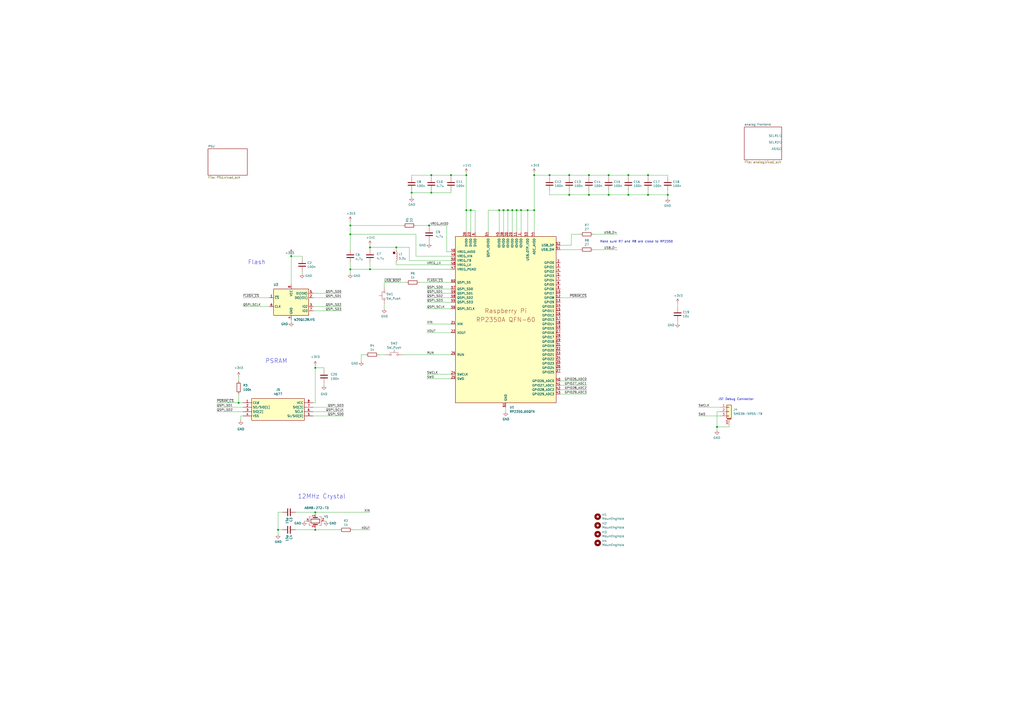
<source format=kicad_sch>
(kicad_sch (version 20250114) (generator "eeschema") (generator_version "9.0")
  (paper "A2")
  (title_block (title "RP2350A QFN-60 Minimal Design Example") (date "2024-07-01") (rev "REV3") (company "Raspberry Pi Ltd"))
  (lib_symbols
    (symbol "+3V3_1" (power) (pin_numbers (hide yes)) (pin_names (offset 0) (hide yes))
      (property "Value" "+3V3" (at 0 3.556 0))
      (symbol "+3V3_1_0_1"
        (polyline (pts (xy -0.762 1.27) (xy 0 2.54)))
        (polyline (pts (xy 0 2.54) (xy 0.762 1.27)))
        (polyline (pts (xy 0 0) (xy 0 2.54)))
      )
      (symbol "+3V3_1_1_1"
        (pin power_in line (at 0 0 90) (length 0) (name "~") (number "1"))
      )
    )
    (symbol "+3V3_2" (power) (pin_numbers (hide yes)) (pin_names (offset 0) (hide yes))
      (property "Value" "+3V3" (at 0 3.556 0))
      (symbol "+3V3_2_0_1"
        (polyline (pts (xy -0.762 1.27) (xy 0 2.54)))
        (polyline (pts (xy 0 2.54) (xy 0.762 1.27)))
        (polyline (pts (xy 0 0) (xy 0 2.54)))
      )
      (symbol "+3V3_2_1_1"
        (pin power_in line (at 0 0 90) (length 0) (name "~") (number "1"))
      )
    )
    (symbol "4677:4677"
      (property "Reference" "J" (at 36.83 7.62 0))
      (property "Value" "4677" (at 36.83 5.08 0))
      (symbol "4677_1_1"
        (rectangle (start 5.08 2.54) (end 35.56 -10.16) (stroke (width 0.254)) (fill (type background)))
        (pin passive line (at 0 0 0) (length 5.08) (name "CE#") (number "1"))
        (pin passive line (at 0 -2.54 0) (length 5.08) (name "SO/SIO[1]") (number "2"))
        (pin passive line (at 0 -5.08 0) (length 5.08) (name "SIO[2]") (number "3"))
        (pin passive line (at 0 -7.62 0) (length 5.08) (name "VSS") (number "4"))
        (pin passive line (at 40.64 0 180) (length 5.08) (name "VCC") (number "8"))
        (pin passive line (at 40.64 -2.54 180) (length 5.08) (name "SIO[3]") (number "7"))
        (pin passive line (at 40.64 -5.08 180) (length 5.08) (name "SCLK") (number "6"))
        (pin passive line (at 40.64 -7.62 180) (length 5.08) (name "SI/SIO[0]") (number "5"))
      )
    )
    (symbol "Connector_Generic_MountingPin:Conn_01x03_MountingPin" (pin_names (offset 1.016) (hide yes))
      (property "Reference" "J" (at 0 5.08 0))
      (property "Value" "Conn_01x03_MountingPin" (at 1.27 -5.08 0))
      (symbol "Conn_01x03_MountingPin_1_1"
        (rectangle (start -1.27 3.81) (end 1.27 -3.81) (stroke (width 0.254)) (fill (type background)))
        (rectangle (start -1.27 2.667) (end 0 2.413) (stroke (width 0.1524)))
        (rectangle (start -1.27 0.127) (end 0 -0.127) (stroke (width 0.1524)))
        (rectangle (start -1.27 -2.413) (end 0 -2.667) (stroke (width 0.1524)))
        (polyline (pts (xy -1.016 -4.572) (xy 1.016 -4.572)) (stroke (width 0.1524)))
        (text "Mounting" (at 0 -4.191 0) (effects (font (size 0.381 0.381))))
        (pin passive line (at -5.08 2.54 0) (length 3.81) (name "Pin_1") (number "1"))
        (pin passive line (at -5.08 0 0) (length 3.81) (name "Pin_2") (number "2"))
        (pin passive line (at -5.08 -2.54 0) (length 3.81) (name "Pin_3") (number "3"))
        (pin passive line (at 0 -7.62 90) (length 3.048) (name "MountPin") (number "MP"))
      )
    )
    (symbol "Device:C" (pin_numbers (hide yes)) (pin_names (offset 0.254))
      (property "Reference" "C" (at 0.635 2.54 0))
      (property "Value" "C" (at 0.635 -2.54 0))
      (symbol "C_0_1"
        (polyline (pts (xy -2.032 0.762) (xy 2.032 0.762)) (stroke (width 0.508)))
        (polyline (pts (xy -2.032 -0.762) (xy 2.032 -0.762)) (stroke (width 0.508)))
      )
      (symbol "C_1_1"
        (pin passive line (at 0 3.81 270) (length 2.794) (name "~") (number "1"))
        (pin passive line (at 0 -3.81 90) (length 2.794) (name "~") (number "2"))
      )
    )
    (symbol "Device:Crystal_GND24" (pin_names (offset 1.016) (hide yes))
      (property "Reference" "Y" (at 3.175 5.08 0))
      (property "Value" "Crystal_GND24" (at 3.175 3.175 0))
      (symbol "Crystal_GND24_0_1"
        (polyline (pts (xy -2.54 2.286) (xy -2.54 3.556) (xy 2.54 3.556) (xy 2.54 2.286)))
        (polyline (pts (xy -2.54 0) (xy -2.032 0)))
        (polyline (pts (xy -2.54 -2.286) (xy -2.54 -3.556) (xy 2.54 -3.556) (xy 2.54 -2.286)))
        (polyline (pts (xy -2.032 -1.27) (xy -2.032 1.27)) (stroke (width 0.508)))
        (rectangle (start -1.143 2.54) (end 1.143 -2.54) (stroke (width 0.3048)))
        (polyline (pts (xy 0 3.556) (xy 0 3.81)))
        (polyline (pts (xy 0 -3.81) (xy 0 -3.556)))
        (polyline (pts (xy 2.032 0) (xy 2.54 0)))
        (polyline (pts (xy 2.032 -1.27) (xy 2.032 1.27)) (stroke (width 0.508)))
      )
      (symbol "Crystal_GND24_1_1"
        (pin passive line (at -3.81 0 0) (length 1.27) (name "1") (number "1"))
        (pin passive line (at 0 5.08 270) (length 1.27) (name "2") (number "2"))
        (pin passive line (at 0 -5.08 90) (length 1.27) (name "4") (number "4"))
        (pin passive line (at 3.81 0 180) (length 1.27) (name "3") (number "3"))
      )
    )
    (symbol "Device:L" (pin_numbers (hide yes)) (pin_names (offset 1.016) (hide yes))
      (property "Reference" "L" (at -1.27 0 90))
      (property "Value" "L" (at 1.905 0 90))
      (symbol "L_0_1"
        (arc (start 0 2.54) (mid 0.6323 1.905) (end 0 1.27))
        (arc (start 0 1.27) (mid 0.6323 0.635) (end 0 0))
        (arc (start 0 0) (mid 0.6323 -0.635) (end 0 -1.27))
        (arc (start 0 -1.27) (mid 0.6323 -1.905) (end 0 -2.54))
      )
      (symbol "L_1_1"
        (pin passive line (at 0 3.81 270) (length 1.27) (name "1") (number "1"))
        (pin passive line (at 0 -3.81 90) (length 1.27) (name "2") (number "2"))
      )
    )
    (symbol "Device:R" (pin_numbers (hide yes)) (pin_names (offset 0))
      (property "Reference" "R" (at 2.032 0 90))
      (property "Value" "R" (at 0 0 90))
      (symbol "R_0_1"
        (rectangle (start -1.016 -2.54) (end 1.016 2.54) (stroke (width 0.254)))
      )
      (symbol "R_1_1"
        (pin passive line (at 0 3.81 270) (length 1.27) (name "~") (number "1"))
        (pin passive line (at 0 -3.81 90) (length 1.27) (name "~") (number "2"))
      )
    )
    (symbol "GND_1" (power) (pin_numbers (hide yes)) (pin_names (offset 0) (hide yes))
      (property "Value" "GND" (at 0 -3.81 0))
      (symbol "GND_1_0_1"
        (polyline (pts (xy 0 0) (xy 0 -1.27) (xy 1.27 -1.27) (xy 0 -2.54) (xy -1.27 -1.27) (xy 0 -1.27)))
      )
      (symbol "GND_1_1_1"
        (pin power_in line (at 0 0 270) (length 0) (name "~") (number "1"))
      )
    )
    (symbol "GND_2" (power) (pin_numbers (hide yes)) (pin_names (offset 0) (hide yes))
      (property "Value" "GND" (at 0 -3.81 0))
      (symbol "GND_2_0_1"
        (polyline (pts (xy 0 0) (xy 0 -1.27) (xy 1.27 -1.27) (xy 0 -2.54) (xy -1.27 -1.27) (xy 0 -1.27)))
      )
      (symbol "GND_2_1_1"
        (pin power_in line (at 0 0 270) (length 0) (name "~") (number "1"))
      )
    )
    (symbol "MCU_RaspberryPi_RP2350:RP2350_60QFN" (pin_names (offset 1.016))
      (property "Reference" "U" (at -29.21 49.53 0))
      (property "Value" "RP2350_60QFN" (at 24.13 -49.53 0))
      (symbol "RP2350_60QFN_0_0"
        (text "Raspberry Pi" (at 0 5.08 0) (effects (font (size 2.54 2.54))))
      )
      (symbol "RP2350_60QFN_0_1"
        (rectangle (start 29.21 48.26) (end -29.21 -48.26) (stroke (width 0.254)) (fill (type background)))
      )
      (symbol "RP2350_60QFN_1_0"
        (text "RP2350A QFN-60" (at 0 0 0) (effects (font (size 2.54 2.54))))
      )
      (symbol "RP2350_60QFN_1_1"
        (pin power_in line (at -31.75 39.37 0) (length 2.54) (name "VREG_AVDD") (number "46"))
        (pin power_in line (at -31.75 36.83 0) (length 2.54) (name "VREG_VIN") (number "49"))
        (pin input line (at -31.75 34.29 0) (length 2.54) (name "VREG_FB") (number "50"))
        (pin power_out line (at -31.75 31.75 0) (length 2.54) (name "VREG_LX") (number "48"))
        (pin power_in line (at -31.75 29.21 0) (length 2.54) (name "VREG_PGND") (number "47"))
        (pin bidirectional line (at -31.75 21.59 0) (length 2.54) (name "QSPI_SS") (number "60"))
        (pin bidirectional line (at -31.75 17.78 0) (length 2.54) (name "QSPI_SD0") (number "57"))
        (pin bidirectional line (at -31.75 15.24 0) (length 2.54) (name "QSPI_SD1") (number "59"))
        (pin bidirectional line (at -31.75 12.7 0) (length 2.54) (name "QSPI_SD2") (number "58"))
        (pin bidirectional line (at -31.75 10.16 0) (length 2.54) (name "QSPI_SD3") (number "55"))
        (pin output line (at -31.75 6.35 0) (length 2.54) (name "QSPI_SCLK") (number "56"))
        (pin input line (at -31.75 -2.54 0) (length 2.54) (name "XIN") (number "21"))
        (pin passive line (at -31.75 -7.62 0) (length 2.54) (name "XOUT") (number "22"))
        (pin input line (at -31.75 -20.32 0) (length 2.54) (name "RUN") (number "26"))
        (pin output line (at -31.75 -31.75 0) (length 2.54) (name "SWCLK") (number "24"))
        (pin bidirectional line (at -31.75 -34.29 0) (length 2.54) (name "SWD") (number "25"))
        (pin power_in line (at -22.86 50.8 270) (length 2.54) (name "DVDD") (number "39"))
        (pin power_in line (at -20.32 50.8 270) (length 2.54) (name "DVDD") (number "23"))
        (pin power_in line (at -17.78 50.8 270) (length 2.54) (name "DVDD") (number "6"))
        (pin power_in line (at -10.16 50.8 270) (length 2.54) (name "QSPI_IOVDD") (number "54"))
        (pin power_in line (at -3.81 50.8 270) (length 2.54) (name "IOVDD") (number "45"))
        (pin power_in line (at -1.27 50.8 270) (length 2.54) (name "IOVDD") (number "38"))
        (pin power_in line (at 0 -50.8 90) (length 2.54) (name "GND") (number "61"))
        (pin power_in line (at 1.27 50.8 270) (length 2.54) (name "IOVDD") (number "30"))
        (pin power_in line (at 3.81 50.8 270) (length 2.54) (name "IOVDD") (number "20"))
        (pin power_in line (at 6.35 50.8 270) (length 2.54) (name "IOVDD") (number "11"))
        (pin power_in line (at 8.89 50.8 270) (length 2.54) (name "IOVDD") (number "1"))
        (pin power_in line (at 12.7 50.8 270) (length 2.54) (name "USB_OTP_VDD") (number "53"))
        (pin power_in line (at 16.51 50.8 270) (length 2.54) (name "ADC_AVDD") (number "44"))
        (pin bidirectional line (at 31.75 43.18 180) (length 2.54) (name "USB_DP") (number "52"))
        (pin bidirectional line (at 31.75 40.64 180) (length 2.54) (name "USB_DM") (number "51"))
        (pin bidirectional line (at 31.75 33.02 180) (length 2.54) (name "GPIO0") (number "2"))
        (pin bidirectional line (at 31.75 30.48 180) (length 2.54) (name "GPIO1") (number "3"))
        (pin bidirectional line (at 31.75 27.94 180) (length 2.54) (name "GPIO2") (number "4"))
        (pin bidirectional line (at 31.75 25.4 180) (length 2.54) (name "GPIO3") (number "5"))
        (pin bidirectional line (at 31.75 22.86 180) (length 2.54) (name "GPIO4") (number "7"))
        (pin bidirectional line (at 31.75 20.32 180) (length 2.54) (name "GPIO5") (number "8"))
        (pin bidirectional line (at 31.75 17.78 180) (length 2.54) (name "GPIO6") (number "9"))
        (pin bidirectional line (at 31.75 15.24 180) (length 2.54) (name "GPIO7") (number "10"))
        (pin bidirectional line (at 31.75 12.7 180) (length 2.54) (name "GPIO8") (number "12"))
        (pin bidirectional line (at 31.75 10.16 180) (length 2.54) (name "GPIO9") (number "13"))
        (pin bidirectional line (at 31.75 7.62 180) (length 2.54) (name "GPIO10") (number "14"))
        (pin bidirectional line (at 31.75 5.08 180) (length 2.54) (name "GPIO11") (number "15"))
        (pin bidirectional line (at 31.75 2.54 180) (length 2.54) (name "GPIO12") (number "16"))
        (pin bidirectional line (at 31.75 0 180) (length 2.54) (name "GPIO13") (number "17"))
        (pin bidirectional line (at 31.75 -2.54 180) (length 2.54) (name "GPIO14") (number "18"))
        (pin bidirectional line (at 31.75 -5.08 180) (length 2.54) (name "GPIO15") (number "19"))
        (pin bidirectional line (at 31.75 -7.62 180) (length 2.54) (name "GPIO16") (number "27"))
        (pin bidirectional line (at 31.75 -10.16 180) (length 2.54) (name "GPIO17") (number "28"))
        (pin bidirectional line (at 31.75 -12.7 180) (length 2.54) (name "GPIO18") (number "29"))
        (pin bidirectional line (at 31.75 -15.24 180) (length 2.54) (name "GPIO19") (number "31"))
        (pin bidirectional line (at 31.75 -17.78 180) (length 2.54) (name "GPIO20") (number "32"))
        (pin bidirectional line (at 31.75 -20.32 180) (length 2.54) (name "GPIO21") (number "33"))
        (pin bidirectional line (at 31.75 -22.86 180) (length 2.54) (name "GPIO22") (number "34"))
        (pin bidirectional line (at 31.75 -25.4 180) (length 2.54) (name "GPIO23") (number "35"))
        (pin bidirectional line (at 31.75 -27.94 180) (length 2.54) (name "GPIO24") (number "36"))
        (pin bidirectional line (at 31.75 -30.48 180) (length 2.54) (name "GPIO25") (number "37"))
        (pin bidirectional line (at 31.75 -35.56 180) (length 2.54) (name "GPIO26_ADC0") (number "40"))
        (pin bidirectional line (at 31.75 -38.1 180) (length 2.54) (name "GPIO27_ADC1") (number "41"))
        (pin bidirectional line (at 31.75 -40.64 180) (length 2.54) (name "GPIO28_ADC2") (number "42"))
        (pin bidirectional line (at 31.75 -43.18 180) (length 2.54) (name "GPIO29_ADC3") (number "43"))
      )
    )
    (symbol "Mechanical:MountingHole" (pin_names (offset 1.016))
      (property "Reference" "H" (at 0 5.08 0))
      (property "Value" "MountingHole" (at 0 3.175 0))
      (symbol "MountingHole_0_1"
        (circle (center 0 0) (radius 1.27) (stroke (width 1.27)))
      )
    )
    (symbol "Memory_Flash:W25Q128JVS"
      (property "Reference" "U" (at -8.89 8.89 0))
      (property "Value" "W25Q128JVS" (at 7.62 8.89 0))
      (symbol "W25Q128JVS_0_1"
        (rectangle (start -10.16 7.62) (end 10.16 -7.62) (stroke (width 0.254)) (fill (type background)))
      )
      (symbol "W25Q128JVS_1_1"
        (pin input line (at -12.7 2.54 0) (length 2.54) (name "~{CS}") (number "1"))
        (pin input line (at -12.7 -2.54 0) (length 2.54) (name "CLK") (number "6"))
        (pin power_in line (at 0 10.16 270) (length 2.54) (name "VCC") (number "8"))
        (pin power_in line (at 0 -10.16 90) (length 2.54) (name "GND") (number "4"))
        (pin bidirectional line (at 12.7 5.08 180) (length 2.54) (name "DI(IO0)") (number "5"))
        (pin bidirectional line (at 12.7 2.54 180) (length 2.54) (name "DO(IO1)") (number "2"))
        (pin bidirectional line (at 12.7 -2.54 180) (length 2.54) (name "IO2") (number "3"))
        (pin bidirectional line (at 12.7 -5.08 180) (length 2.54) (name "IO3") (number "7"))
      )
    )
    (symbol "Switch:SW_Push" (pin_numbers (hide yes)) (pin_names (offset 1.016) (hide yes))
      (property "Reference" "SW" (at 1.27 2.54 0))
      (property "Value" "SW_Push" (at 0 -1.524 0))
      (symbol "SW_Push_0_1"
        (circle (center -2.032 0) (radius 0.508))
        (polyline (pts (xy 0 1.27) (xy 0 3.048)))
        (circle (center 2.032 0) (radius 0.508))
        (polyline (pts (xy 2.54 1.27) (xy -2.54 1.27)))
        (pin passive line (at -5.08 0 0) (length 2.54) (name "1") (number "1"))
        (pin passive line (at 5.08 0 180) (length 2.54) (name "2") (number "2"))
      )
    )
    (symbol "power:+1V1" (power) (pin_names (offset 0))
      (property "Value" "+1V1" (at 0 3.556 0))
      (symbol "+1V1_0_1"
        (polyline (pts (xy -0.762 1.27) (xy 0 2.54)))
        (polyline (pts (xy 0 2.54) (xy 0.762 1.27)))
        (polyline (pts (xy 0 0) (xy 0 2.54)))
      )
      (symbol "+1V1_1_1"
        (pin power_in line (at 0 0 90) (length 0) (hide yes) (name "+1V1") (number "1"))
      )
    )
    (symbol "power:+3V3" (power) (pin_names (offset 0))
      (property "Value" "+3V3" (at 0 3.556 0))
      (symbol "+3V3_0_1"
        (polyline (pts (xy -0.762 1.27) (xy 0 2.54)))
        (polyline (pts (xy 0 2.54) (xy 0.762 1.27)))
        (polyline (pts (xy 0 0) (xy 0 2.54)))
      )
      (symbol "+3V3_1_1"
        (pin power_in line (at 0 0 90) (length 0) (hide yes) (name "+3V3") (number "1"))
      )
    )
    (symbol "power:GND" (power) (pin_names (offset 0))
      (property "Value" "GND" (at 0 -3.81 0))
      (symbol "GND_0_1"
        (polyline (pts (xy 0 0) (xy 0 -1.27) (xy 1.27 -1.27) (xy 0 -2.54) (xy -1.27 -1.27) (xy 0 -1.27)))
      )
      (symbol "GND_1_1"
        (pin power_in line (at 0 0 270) (length 0) (hide yes) (name "GND") (number "1"))
      )
    )
  )
  (circle (center 228.6 146.685) (radius 0.635) (stroke (width 0) (color 132 0 0 1)) (fill (type color) (color 132 0 0 1)))
  (text "JST Debug Connector" (at 416.56 232.41 0) (effects (font (size 1.27 1.27)) (justify left bottom)))
  (text "Flash" (at 143.764 153.67 0) (effects (font (size 2.54 2.54)) (justify left bottom)))
  (text "Make sure R7 and R8 are close to RP2350\n" (at 347.98 140.97 0) (effects (font (size 1.27 1.27)) (justify left bottom)))
  (text "PSRAM" (at 160.274 209.55 0) (effects (font (size 2.54 2.54))))
  (text "12MHz Crystal" (at 172.72 289.56 0) (effects (font (size 2.54 2.54)) (justify left bottom)))
  (junction (at 415.925 247.65))
  (junction (at 353.06 101.6))
  (junction (at 248.92 130.81))
  (junction (at 214.63 143.51))
  (junction (at 289.56 121.92))
  (junction (at 375.92 113.03))
  (junction (at 270.51 121.92))
  (junction (at 250.19 111.76))
  (junction (at 309.88 101.6))
  (junction (at 292.1 121.92))
  (junction (at 182.88 297.18))
  (junction (at 229.87 143.51))
  (junction (at 214.63 156.21))
  (junction (at 318.77 101.6))
  (junction (at 306.07 121.92))
  (junction (at 161.29 307.34))
  (junction (at 250.19 101.6))
  (junction (at 302.26 121.92))
  (junction (at 364.49 113.03))
  (junction (at 387.35 113.03))
  (junction (at 341.63 113.03))
  (junction (at 299.72 121.92))
  (junction (at 168.91 148.59))
  (junction (at 294.64 121.92))
  (junction (at 270.51 101.6))
  (junction (at 203.2 156.21))
  (junction (at 375.92 101.6))
  (junction (at 353.06 113.03))
  (junction (at 364.49 101.6))
  (junction (at 182.88 213.36))
  (junction (at 261.62 101.6))
  (junction (at 330.2 101.6))
  (junction (at 182.88 307.34))
  (junction (at 330.2 113.03))
  (junction (at 309.88 121.92))
  (junction (at 138.43 233.68))
  (junction (at 203.2 130.81))
  (junction (at 273.05 121.92))
  (junction (at 341.63 101.6))
  (junction (at 297.18 121.92))
  (junction (at 203.2 135.89))
  (junction (at 238.76 111.76))
  (wire (pts (xy 248.92 140.97) (xy 248.92 139.7)))
  (wire (pts (xy 241.3 135.89) (xy 241.3 148.59)))
  (wire (pts (xy 325.12 226.06) (xy 340.36 226.06)))
  (wire (pts (xy 415.925 238.76) (xy 415.925 247.65)))
  (wire (pts (xy 250.19 101.6) (xy 261.62 101.6)))
  (wire (pts (xy 182.88 213.36) (xy 182.88 233.68)))
  (wire (pts (xy 182.88 298.45) (xy 182.88 297.18)))
  (wire (pts (xy 330.2 102.87) (xy 330.2 101.6)))
  (wire (pts (xy 330.2 110.49) (xy 330.2 113.03)))
  (wire (pts (xy 259.08 130.81) (xy 259.08 146.05)))
  (wire (pts (xy 302.26 121.92) (xy 306.07 121.92)))
  (wire (pts (xy 250.19 102.87) (xy 250.19 101.6)))
  (wire (pts (xy 261.62 179.07) (xy 247.65 179.07)))
  (wire (pts (xy 250.19 111.76) (xy 261.62 111.76)))
  (wire (pts (xy 325.12 172.72) (xy 340.36 172.72)))
  (wire (pts (xy 238.76 110.49) (xy 238.76 111.76)))
  (wire (pts (xy 248.92 130.81) (xy 259.08 130.81)))
  (wire (pts (xy 187.96 213.36) (xy 187.96 214.63)))
  (wire (pts (xy 341.63 102.87) (xy 341.63 101.6)))
  (wire (pts (xy 222.885 163.83) (xy 222.885 166.37)))
  (wire (pts (xy 261.62 217.17) (xy 247.65 217.17)))
  (wire (pts (xy 203.2 130.81) (xy 203.2 135.89)))
  (wire (pts (xy 318.77 102.87) (xy 318.77 101.6)))
  (wire (pts (xy 182.88 307.34) (xy 196.85 307.34)))
  (wire (pts (xy 318.77 110.49) (xy 318.77 113.03)))
  (wire (pts (xy 181.61 238.76) (xy 199.39 238.76)))
  (wire (pts (xy 203.2 135.89) (xy 241.3 135.89)))
  (wire (pts (xy 203.2 135.89) (xy 203.2 144.78)))
  (wire (pts (xy 161.29 307.34) (xy 161.29 309.88)))
  (wire (pts (xy 294.64 134.62) (xy 294.64 121.92)))
  (wire (pts (xy 283.21 134.62) (xy 283.21 121.92)))
  (wire (pts (xy 125.73 238.76) (xy 140.97 238.76)))
  (wire (pts (xy 140.97 177.8) (xy 156.21 177.8)))
  (wire (pts (xy 168.91 147.32) (xy 168.91 148.59)))
  (wire (pts (xy 161.29 297.18) (xy 161.29 307.34)))
  (wire (pts (xy 306.07 121.92) (xy 309.88 121.92)))
  (wire (pts (xy 353.06 101.6) (xy 364.49 101.6)))
  (wire (pts (xy 163.83 297.18) (xy 161.29 297.18)))
  (wire (pts (xy 248.92 130.81) (xy 248.92 132.08)))
  (wire (pts (xy 364.49 113.03) (xy 353.06 113.03)))
  (wire (pts (xy 297.18 121.92) (xy 299.72 121.92)))
  (wire (pts (xy 330.2 113.03) (xy 318.77 113.03)))
  (wire (pts (xy 364.49 110.49) (xy 364.49 113.03)))
  (wire (pts (xy 270.51 101.6) (xy 270.51 121.92)))
  (wire (pts (xy 292.1 121.92) (xy 294.64 121.92)))
  (wire (pts (xy 297.18 134.62) (xy 297.18 121.92)))
  (wire (pts (xy 241.3 148.59) (xy 261.62 148.59)))
  (wire (pts (xy 138.43 228.6) (xy 138.43 233.68)))
  (wire (pts (xy 294.64 121.92) (xy 297.18 121.92)))
  (wire (pts (xy 203.2 128.27) (xy 203.2 130.81)))
  (wire (pts (xy 203.2 156.21) (xy 214.63 156.21)))
  (wire (pts (xy 212.09 205.74) (xy 209.55 205.74)))
  (wire (pts (xy 330.2 101.6) (xy 341.63 101.6)))
  (wire (pts (xy 214.63 144.78) (xy 214.63 143.51)))
  (wire (pts (xy 140.97 241.3) (xy 139.7 241.3)))
  (wire (pts (xy 181.61 180.34) (xy 198.12 180.34)))
  (wire (pts (xy 261.62 163.83) (xy 243.205 163.83)))
  (wire (pts (xy 238.76 102.87) (xy 238.76 101.6)))
  (wire (pts (xy 203.2 152.4) (xy 203.2 156.21)))
  (wire (pts (xy 422.91 246.38) (xy 422.91 247.65)))
  (wire (pts (xy 261.62 151.13) (xy 237.49 151.13)))
  (wire (pts (xy 168.91 185.42) (xy 168.91 186.69)))
  (wire (pts (xy 235.585 163.83) (xy 222.885 163.83)))
  (wire (pts (xy 405.13 241.3) (xy 417.83 241.3)))
  (wire (pts (xy 325.12 228.6) (xy 340.36 228.6)))
  (wire (pts (xy 344.17 144.78) (xy 358.14 144.78)))
  (wire (pts (xy 270.51 121.92) (xy 270.51 134.62)))
  (wire (pts (xy 309.88 121.92) (xy 309.88 134.62)))
  (wire (pts (xy 140.97 172.72) (xy 156.21 172.72)))
  (wire (pts (xy 214.63 142.24) (xy 214.63 143.51)))
  (wire (pts (xy 204.47 307.34) (xy 214.63 307.34)))
  (wire (pts (xy 171.45 307.34) (xy 182.88 307.34)))
  (wire (pts (xy 214.63 156.21) (xy 261.62 156.21)))
  (wire (pts (xy 203.2 156.21) (xy 203.2 158.75)))
  (wire (pts (xy 163.83 307.34) (xy 161.29 307.34)))
  (wire (pts (xy 203.2 130.81) (xy 233.68 130.81)))
  (wire (pts (xy 168.91 148.59) (xy 168.91 165.1)))
  (wire (pts (xy 182.88 213.36) (xy 187.96 213.36)))
  (wire (pts (xy 238.76 111.76) (xy 238.76 114.3)))
  (wire (pts (xy 299.72 121.92) (xy 302.26 121.92)))
  (wire (pts (xy 250.19 110.49) (xy 250.19 111.76)))
  (wire (pts (xy 364.49 101.6) (xy 375.92 101.6)))
  (wire (pts (xy 387.35 110.49) (xy 387.35 113.03)))
  (wire (pts (xy 125.73 233.68) (xy 138.43 233.68)))
  (wire (pts (xy 181.61 177.8) (xy 198.12 177.8)))
  (wire (pts (xy 247.65 187.96) (xy 261.62 187.96)))
  (wire (pts (xy 293.37 236.22) (xy 293.37 238.76)))
  (wire (pts (xy 247.65 172.72) (xy 261.62 172.72)))
  (wire (pts (xy 176.53 302.26) (xy 177.8 302.26)))
  (wire (pts (xy 275.59 121.92) (xy 275.59 134.62)))
  (wire (pts (xy 289.56 134.62) (xy 289.56 121.92)))
  (wire (pts (xy 325.12 223.52) (xy 340.36 223.52)))
  (wire (pts (xy 238.76 101.6) (xy 250.19 101.6)))
  (wire (pts (xy 237.49 151.13) (xy 237.49 143.51)))
  (wire (pts (xy 175.26 148.59) (xy 168.91 148.59)))
  (wire (pts (xy 375.92 102.87) (xy 375.92 101.6)))
  (wire (pts (xy 247.65 167.64) (xy 261.62 167.64)))
  (wire (pts (xy 331.47 135.89) (xy 331.47 142.24)))
  (wire (pts (xy 353.06 110.49) (xy 353.06 113.03)))
  (wire (pts (xy 309.88 100.33) (xy 309.88 101.6)))
  (wire (pts (xy 353.06 102.87) (xy 353.06 101.6)))
  (wire (pts (xy 241.3 130.81) (xy 248.92 130.81)))
  (wire (pts (xy 247.65 170.18) (xy 261.62 170.18)))
  (wire (pts (xy 247.65 175.26) (xy 261.62 175.26)))
  (wire (pts (xy 364.49 102.87) (xy 364.49 101.6)))
  (wire (pts (xy 219.71 205.74) (xy 223.52 205.74)))
  (wire (pts (xy 222.885 176.53) (xy 222.885 179.07)))
  (wire (pts (xy 375.92 113.03) (xy 364.49 113.03)))
  (wire (pts (xy 175.26 149.86) (xy 175.26 148.59)))
  (wire (pts (xy 393.065 175.895) (xy 393.065 178.435)))
  (wire (pts (xy 261.62 101.6) (xy 270.51 101.6)))
  (wire (pts (xy 341.63 101.6) (xy 353.06 101.6)))
  (wire (pts (xy 353.06 113.03) (xy 341.63 113.03)))
  (wire (pts (xy 309.88 101.6) (xy 318.77 101.6)))
  (wire (pts (xy 229.87 153.67) (xy 261.62 153.67)))
  (wire (pts (xy 214.63 152.4) (xy 214.63 156.21)))
  (wire (pts (xy 139.7 241.3) (xy 139.7 243.84)))
  (wire (pts (xy 214.63 143.51) (xy 229.87 143.51)))
  (wire (pts (xy 341.63 110.49) (xy 341.63 113.03)))
  (wire (pts (xy 261.62 219.71) (xy 247.65 219.71)))
  (wire (pts (xy 181.61 241.3) (xy 199.39 241.3)))
  (wire (pts (xy 331.47 135.89) (xy 336.55 135.89)))
  (wire (pts (xy 273.05 121.92) (xy 275.59 121.92)))
  (wire (pts (xy 187.96 302.26) (xy 189.23 302.26)))
  (wire (pts (xy 292.1 134.62) (xy 292.1 121.92)))
  (wire (pts (xy 415.925 247.65) (xy 422.91 247.65)))
  (wire (pts (xy 344.17 135.89) (xy 358.14 135.89)))
  (wire (pts (xy 306.07 134.62) (xy 306.07 121.92)))
  (wire (pts (xy 270.51 100.33) (xy 270.51 101.6)))
  (wire (pts (xy 405.13 236.22) (xy 417.83 236.22)))
  (wire (pts (xy 375.92 113.03) (xy 387.35 113.03)))
  (wire (pts (xy 387.35 113.03) (xy 387.35 114.935)))
  (wire (pts (xy 229.87 153.67) (xy 229.87 152.4)))
  (wire (pts (xy 325.12 220.98) (xy 340.36 220.98)))
  (wire (pts (xy 375.92 101.6) (xy 387.35 101.6)))
  (wire (pts (xy 289.56 121.92) (xy 292.1 121.92)))
  (wire (pts (xy 299.72 134.62) (xy 299.72 121.92)))
  (wire (pts (xy 229.87 143.51) (xy 229.87 144.78)))
  (wire (pts (xy 182.88 212.09) (xy 182.88 213.36)))
  (wire (pts (xy 261.62 102.87) (xy 261.62 101.6)))
  (wire (pts (xy 125.73 236.22) (xy 140.97 236.22)))
  (wire (pts (xy 325.12 142.24) (xy 331.47 142.24)))
  (wire (pts (xy 341.63 113.03) (xy 330.2 113.03)))
  (wire (pts (xy 238.76 111.76) (xy 250.19 111.76)))
  (wire (pts (xy 283.21 121.92) (xy 289.56 121.92)))
  (wire (pts (xy 181.61 233.68) (xy 182.88 233.68)))
  (wire (pts (xy 181.61 236.22) (xy 199.39 236.22)))
  (wire (pts (xy 273.05 121.92) (xy 270.51 121.92)))
  (wire (pts (xy 302.26 121.92) (xy 302.26 134.62)))
  (wire (pts (xy 417.83 238.76) (xy 415.925 238.76)))
  (wire (pts (xy 182.88 297.18) (xy 214.63 297.18)))
  (wire (pts (xy 138.43 218.44) (xy 138.43 220.98)))
  (wire (pts (xy 325.12 144.78) (xy 336.55 144.78)))
  (wire (pts (xy 237.49 143.51) (xy 229.87 143.51)))
  (wire (pts (xy 209.55 205.74) (xy 209.55 209.55)))
  (wire (pts (xy 182.88 306.07) (xy 182.88 307.34)))
  (wire (pts (xy 309.88 101.6) (xy 309.88 121.92)))
  (wire (pts (xy 259.08 146.05) (xy 261.62 146.05)))
  (wire (pts (xy 393.065 186.055) (xy 393.065 187.325)))
  (wire (pts (xy 181.61 170.18) (xy 198.12 170.18)))
  (wire (pts (xy 318.77 101.6) (xy 330.2 101.6)))
  (wire (pts (xy 261.62 193.04) (xy 247.65 193.04)))
  (wire (pts (xy 138.43 233.68) (xy 140.97 233.68)))
  (wire (pts (xy 415.925 247.65) (xy 415.925 249.555)))
  (wire (pts (xy 387.35 102.87) (xy 387.35 101.6)))
  (wire (pts (xy 171.45 297.18) (xy 182.88 297.18)))
  (wire (pts (xy 181.61 172.72) (xy 198.12 172.72)))
  (wire (pts (xy 187.96 222.25) (xy 187.96 223.52)))
  (wire (pts (xy 261.62 111.76) (xy 261.62 110.49)))
  (wire (pts (xy 273.05 134.62) (xy 273.05 121.92)))
  (wire (pts (xy 233.68 205.74) (xy 261.62 205.74)))
  (wire (pts (xy 375.92 110.49) (xy 375.92 113.03)))
  (wire (pts (xy 175.26 157.48) (xy 175.26 158.75)))
  (label "XIN" (at 247.65 187.96 0))
  (label "USB_D+" (at 358.14 135.89 180))
  (label "GPIO26_ADC0" (at 340.36 220.98 180))
  (label "XOUT" (at 247.65 193.04 0))
  (label "QSPI_SD2" (at 198.12 177.8 180))
  (label "QSPI_SD3" (at 199.39 236.22 180))
  (label "QSPI_SCLK" (at 199.39 238.76 180))
  (label "~{FLASH_CS}" (at 140.97 172.72 0))
  (label "~{PSRAM_CS}" (at 340.36 172.72 180))
  (label "RUN" (at 247.65 205.74 0))
  (label "QSPI_SD0" (at 247.65 167.64 0))
  (label "QSPI_SD0" (at 198.12 170.18 180))
  (label "~{FLASH_CS}" (at 247.65 163.83 0))
  (label "SWCLK" (at 247.65 217.17 0))
  (label "SWCLK" (at 405.13 236.22 0))
  (label "QSPI_SD3" (at 198.12 180.34 180))
  (label "XOUT" (at 214.63 307.34 180))
  (label "QSPI_SD2" (at 125.73 238.76 0))
  (label "QSPI_SD2" (at 247.65 172.72 0))
  (label "USB_D-" (at 358.14 144.78 180))
  (label "~{USB_BOOT}" (at 222.885 163.83 0))
  (label "XIN" (at 214.63 297.18 180))
  (label "VREG_AVDD" (at 249.555 130.81 0))
  (label "~{PSRAM_CS}" (at 125.73 233.68 0))
  (label "QSPI_SD1" (at 247.65 170.18 0))
  (label "QSPI_SCLK" (at 247.65 179.07 0))
  (label "QSPI_SCLK" (at 140.97 177.8 0))
  (label "GPIO29_ADC3" (at 340.36 228.6 180))
  (label "GPIO28_ADC2" (at 340.36 226.06 180))
  (label "SWD" (at 405.13 241.3 0))
  (label "GPIO27_ADC1" (at 340.36 223.52 180))
  (label "QSPI_SD1" (at 198.12 172.72 180))
  (label "VREG_LX" (at 247.65 153.67 0))
  (label "SWD" (at 247.65 219.71 0))
  (label "QSPI_SD0" (at 199.39 241.3 180))
  (label "QSPI_SD3" (at 247.65 175.26 0))
  (label "QSPI_SD1" (at 125.73 236.22 0))
  (symbol (lib_id "Memory_Flash:W25Q128JVS") (at 168.91 175.26 0) (unit 1)
    (property "Reference" "U3" (at 160.02 165.1 0))
    (property "Value" "W25Q128JVS" (at 176.53 185.42 0))
    (property "Footprint" "Package_SO:SOIC-8_5.23x5.23mm_P1.27mm" (effects (hide yes)))
    (property "Datasheet" "http://www.winbond.com/resource-files/w25q128jv_dtr%20revc%2003272018%20plus.pdf" (effects (hide yes)))
  )
  (symbol (lib_id "power:+3V3") (at 168.91 147.32 0) (unit 1)
    (property "Reference" "#PWR04" (effects (hide yes)))
    (property "Value" "+3V3" (at 168.021 146.7358 0))
  )
  (symbol (lib_id "power:GND") (at 168.91 186.69 0) (unit 1)
    (property "Reference" "#PWR05" (effects (hide yes)))
    (property "Value" "GND" (at 165.1 187.96 0))
  )
  (symbol (lib_id "Device:C") (at 175.26 153.67 0) (unit 1)
    (property "Reference" "C2" (at 178.181 152.5016 0) (effects (justify left)))
    (property "Value" "100n" (at 178.181 154.813 0) (effects (justify left)))
    (property "Footprint" "Capacitor_SMD:C_0402_1005Metric" (effects (hide yes)))
  )
  (symbol (lib_id "power:GND") (at 175.26 158.75 0) (unit 1)
    (property "Reference" "#PWR06" (effects (hide yes)))
    (property "Value" "GND" (at 179.07 160.02 0))
  )
  (symbol (lib_id "power:GND") (at 293.37 238.76 0) (unit 1)
    (property "Reference" "#PWR021" (effects (hide yes)))
    (property "Value" "GND" (at 293.497 243.1542 0))
  )
  (symbol (lib_id "Device:R") (at 340.36 135.89 270) (unit 1)
    (property "Reference" "R7" (at 340.36 130.6322 90))
    (property "Value" "27" (at 340.36 132.9436 90))
    (property "Footprint" "Resistor_SMD:R_0402_1005Metric" (effects (hide yes)))
  )
  (symbol (lib_id "Device:R") (at 340.36 144.78 270) (unit 1)
    (property "Reference" "R8" (at 340.36 139.5222 90))
    (property "Value" "27" (at 340.36 141.8336 90))
    (property "Footprint" "Resistor_SMD:R_0402_1005Metric" (effects (hide yes)))
  )
  (symbol (lib_id "power:+3V3") (at 309.88 100.33 0) (unit 1)
    (property "Reference" "#PWR022" (effects (hide yes)))
    (property "Value" "+3V3" (at 310.261 95.9358 0))
  )
  (symbol (lib_id "Device:C") (at 318.77 106.68 0) (unit 1)
    (property "Reference" "C12" (at 321.691 105.5116 0) (effects (justify left)))
    (property "Value" "100n" (at 321.691 107.823 0) (effects (justify left)))
    (property "Footprint" "Capacitor_SMD:C_0402_1005Metric" (effects (hide yes)))
  )
  (symbol (lib_id "Device:C") (at 330.2 106.68 0) (unit 1)
    (property "Reference" "C13" (at 333.121 105.5116 0) (effects (justify left)))
    (property "Value" "100n" (at 333.121 107.823 0) (effects (justify left)))
    (property "Footprint" "Capacitor_SMD:C_0402_1005Metric" (effects (hide yes)))
  )
  (symbol (lib_id "Device:C") (at 341.63 106.68 0) (unit 1)
    (property "Reference" "C14" (at 344.551 105.5116 0) (effects (justify left)))
    (property "Value" "100n" (at 344.551 107.823 0) (effects (justify left)))
    (property "Footprint" "Capacitor_SMD:C_0402_1005Metric" (effects (hide yes)))
  )
  (symbol (lib_id "Device:C") (at 353.06 106.68 0) (unit 1)
    (property "Reference" "C15" (at 355.981 105.5116 0) (effects (justify left)))
    (property "Value" "100n" (at 355.981 107.823 0) (effects (justify left)))
    (property "Footprint" "Capacitor_SMD:C_0402_1005Metric" (effects (hide yes)))
  )
  (symbol (lib_id "Device:C") (at 364.49 106.68 0) (unit 1)
    (property "Reference" "C16" (at 367.411 105.5116 0) (effects (justify left)))
    (property "Value" "100n" (at 367.411 107.823 0) (effects (justify left)))
    (property "Footprint" "Capacitor_SMD:C_0402_1005Metric" (effects (hide yes)))
  )
  (symbol (lib_id "Device:C") (at 375.92 106.68 0) (unit 1)
    (property "Reference" "C17" (at 378.841 105.5116 0) (effects (justify left)))
    (property "Value" "100n" (at 378.841 107.823 0) (effects (justify left)))
    (property "Footprint" "Capacitor_SMD:C_0402_1005Metric" (effects (hide yes)))
  )
  (symbol (lib_id "Mechanical:MountingHole") (at 346.71 299.72 0) (unit 1)
    (property "Reference" "H1" (at 349.25 298.5516 0) (effects (justify left)))
    (property "Value" "MountingHole" (at 349.25 300.863 0) (effects (justify left)))
    (property "Footprint" "MountingHole:MountingHole_2.7mm_M2.5" (effects (hide yes)))
  )
  (symbol (lib_id "Mechanical:MountingHole") (at 346.71 304.8 0) (unit 1)
    (property "Reference" "H2" (at 349.25 303.6316 0) (effects (justify left)))
    (property "Value" "MountingHole" (at 349.25 305.943 0) (effects (justify left)))
    (property "Footprint" "MountingHole:MountingHole_2.7mm_M2.5" (effects (hide yes)))
  )
  (symbol (lib_id "Mechanical:MountingHole") (at 346.71 309.88 0) (unit 1)
    (property "Reference" "H3" (at 349.25 308.7116 0) (effects (justify left)))
    (property "Value" "MountingHole" (at 349.25 311.023 0) (effects (justify left)))
    (property "Footprint" "MountingHole:MountingHole_2.7mm_M2.5" (effects (hide yes)))
  )
  (symbol (lib_id "Mechanical:MountingHole") (at 346.71 314.96 0) (unit 1)
    (property "Reference" "H4" (at 349.25 313.7916 0) (effects (justify left)))
    (property "Value" "MountingHole" (at 349.25 316.103 0) (effects (justify left)))
    (property "Footprint" "MountingHole:MountingHole_2.7mm_M2.5" (effects (hide yes)))
  )
  (symbol (lib_id "power:+3V3") (at 393.065 175.895 0) (unit 1)
    (property "Reference" "#PWR027" (effects (hide yes)))
    (property "Value" "+3V3" (at 393.446 171.5008 0))
  )
  (symbol (lib_id "Device:C") (at 393.065 182.245 0) (unit 1)
    (property "Reference" "C19" (at 395.986 181.0766 0) (effects (justify left)))
    (property "Value" "10u" (at 395.986 183.388 0) (effects (justify left)))
    (property "Footprint" "Capacitor_SMD:C_0805_2012Metric" (effects (hide yes)))
  )
  (symbol (lib_id "power:GND") (at 393.065 187.325 0) (unit 1)
    (property "Reference" "#PWR028" (effects (hide yes)))
    (property "Value" "GND" (at 389.255 188.595 0))
  )
  (symbol (lib_id "power:+3V3") (at 203.2 128.27 0) (unit 1)
    (property "Reference" "#PWR013" (effects (hide yes)))
    (property "Value" "+3V3" (at 203.581 123.8758 0))
  )
  (symbol (lib_id "Device:C") (at 261.62 106.68 0) (unit 1)
    (property "Reference" "C11" (at 264.541 105.5116 0) (effects (justify left)))
    (property "Value" "100n" (at 264.541 107.823 0) (effects (justify left)))
    (property "Footprint" "Capacitor_SMD:C_0402_1005Metric" (effects (hide yes)))
  )
  (symbol (lib_id "Device:R") (at 215.9 205.74 270) (unit 1)
    (property "Reference" "R4" (at 215.9 200.4822 90))
    (property "Value" "1k" (at 215.9 202.7936 90))
    (property "Footprint" "Resistor_SMD:R_0402_1005Metric" (effects (hide yes)))
  )
  (symbol (lib_id "power:GND") (at 222.885 179.07 0) (unit 1)
    (property "Reference" "#PWR017" (effects (hide yes)))
    (property "Value" "GND" (at 223.012 183.4642 0))
  )
  (symbol (lib_id "power:GND") (at 248.92 140.97 0) (unit 1)
    (property "Reference" "#PWR019" (effects (hide yes)))
    (property "Value" "GND" (at 245.11 142.24 0))
  )
  (symbol (lib_id "MCU_RaspberryPi_RP2350:RP2350_60QFN") (at 293.37 185.42 0) (unit 1)
    (property "Reference" "U1" (at 295.5641 236.22 0) (effects (justify left)))
    (property "Value" "RP2350_60QFN" (at 295.5641 238.76 0) (effects (justify left)))
    (property "Footprint" "RP2350_60QFN_minimal:RP2350-QFN-60-1EP_7x7_P0.4mm_EP3.4x3.4mm_ThermalVias" (effects (hide yes)))
  )
  (symbol (lib_id "Device:C") (at 387.35 106.68 0) (unit 1)
    (property "Reference" "C18" (at 390.271 105.5116 0) (effects (justify left)))
    (property "Value" "100n" (at 390.271 107.823 0) (effects (justify left)))
    (property "Footprint" "Capacitor_SMD:C_0402_1005Metric" (effects (hide yes)))
  )
  (symbol (lib_id "power:GND") (at 161.29 309.88 0) (unit 1)
    (property "Reference" "#PWR07" (effects (hide yes)))
    (property "Value" "GND" (at 161.417 314.2742 0))
  )
  (symbol (lib_id "Switch:SW_Push") (at 228.6 205.74 0) (unit 1)
    (property "Reference" "SW2" (at 228.6 199.1192 0))
    (property "Value" "SW_Push" (at 228.6 201.6561 0))
    (property "Footprint" "Button_Switch_SMD:SW_Push_1P1T_NO_Vertical_Wuerth_434133025816" (effects (hide yes)))
  )
  (symbol (lib_id "Device:R") (at 239.395 163.83 270) (unit 1)
    (property "Reference" "R6" (at 239.395 158.5722 90))
    (property "Value" "1k" (at 239.395 160.8836 90))
    (property "Footprint" "Resistor_SMD:R_0402_1005Metric" (effects (hide yes)))
  )
  (symbol (lib_id "Device:R") (at 237.49 130.81 90) (unit 1)
    (property "Reference" "R5" (at 236.3216 129.032 0) (effects (justify left)))
    (property "Value" "33" (at 238.633 129.032 0) (effects (justify left)))
    (property "Footprint" "Resistor_SMD:R_0402_1005Metric" (effects (hide yes)))
  )
  (symbol (lib_id "Device:C") (at 203.2 148.59 0) (unit 1)
    (property "Reference" "C6" (at 206.121 147.7553 0) (effects (justify left)))
    (property "Value" "4.7u" (at 206.121 150.2922 0) (effects (justify left)))
    (property "Footprint" "RP2350_60QFN_minimal:C_0402_1005Metric_small_pads" (effects (hide yes)))
  )
  (symbol (lib_id "power:GND") (at 189.23 302.26 0) (unit 1)
    (property "Reference" "#PWR012" (effects (hide yes)))
    (property "Value" "GND" (at 193.04 303.53 0))
  )
  (symbol (lib_id "power:GND") (at 415.925 249.555 0) (mirror y) (unit 1)
    (property "Reference" "#PWR031" (effects (hide yes)))
    (property "Value" "GND" (at 415.798 253.9492 0))
  )
  (symbol (lib_id "power:GND") (at 238.76 114.3 0) (unit 1)
    (property "Reference" "#PWR018" (effects (hide yes)))
    (property "Value" "GND" (at 238.887 118.6942 0))
  )
  (symbol (lib_id "Device:C") (at 167.64 307.34 270) (unit 1)
    (property "Reference" "C4" (at 168.8084 310.261 0) (effects (justify left)))
    (property "Value" "15p" (at 166.497 310.261 0) (effects (justify left)))
    (property "Footprint" "Capacitor_SMD:C_0402_1005Metric" (effects (hide yes)))
  )
  (symbol (lib_id "Device:C") (at 214.63 148.59 0) (unit 1)
    (property "Reference" "C7" (at 218.44 147.32 0) (effects (justify left)))
    (property "Value" "4.7u" (at 218.44 149.86 0) (effects (justify left)))
    (property "Footprint" "RP2350_60QFN_minimal:C_0402_1005Metric_small_pads" (effects (hide yes)))
  )
  (symbol (lib_id "Device:C") (at 248.92 135.89 0) (unit 1)
    (property "Reference" "C9" (at 252.73 134.62 0) (effects (justify left)))
    (property "Value" "4.7u" (at 252.73 137.16 0) (effects (justify left)))
    (property "Footprint" "Capacitor_SMD:C_0402_1005Metric" (effects (hide yes)))
  )
  (symbol (lib_id "power:+1V1") (at 270.51 100.33 0) (unit 1)
    (property "Reference" "#PWR020" (effects (hide yes)))
    (property "Value" "+1V1" (at 270.891 95.9358 0))
  )
  (symbol (lib_id "Connector_Generic_MountingPin:Conn_01x03_MountingPin") (at 422.91 238.76 0) (unit 1)
    (property "Reference" "J4" (at 425.45 237.49 0) (effects (justify left)))
    (property "Value" "SM03B-SRSS-TB" (at 425.45 240.03 0) (effects (justify left)))
    (property "Footprint" "Connector_JST:JST_SH_SM03B-SRSS-TB_1x03-1MP_P1.00mm_Horizontal" (effects (hide yes)))
  )
  (symbol (lib_id "Device:R") (at 200.66 307.34 270) (unit 1)
    (property "Reference" "R2" (at 200.66 302.0822 90))
    (property "Value" "1k" (at 200.66 304.3936 90))
    (property "Footprint" "Resistor_SMD:R_0402_1005Metric" (effects (hide yes)))
  )
  (symbol (lib_id "Device:C") (at 238.76 106.68 0) (unit 1)
    (property "Reference" "C8" (at 241.681 105.5116 0) (effects (justify left)))
    (property "Value" "100n" (at 241.681 107.823 0) (effects (justify left)))
    (property "Footprint" "Capacitor_SMD:C_0402_1005Metric" (effects (hide yes)))
  )
  (symbol (lib_name "GND_1") (lib_id "power:GND") (at 139.7 243.84 0) (unit 1)
    (property "Reference" "#PWR032" (effects (hide yes)))
    (property "Value" "GND" (at 139.7 248.92 0))
    (property "Description" "Power symbol creates a global label with name \"GND\" , ground" (effects (hide yes)))
  )
  (symbol (lib_id "4677:4677") (at 140.97 233.68 0) (unit 1)
    (property "Reference" "J5" (at 161.29 226.06 0))
    (property "Value" "4677" (at 161.29 228.6 0))
    (property "Footprint" "SOIC127P600X175-8N" (effects (hide yes)))
    (property "Datasheet" "https://www.espressif.com/sites/default/files/documentation/esp-psram64_esp-psram64h_datasheet_en.pdf" (effects (hide yes)))
    (property "Description" "Adafruit Accessories Generic 64 Mbit Serial Pseudo SRAM - 3.3V 133 MHz" (effects (hide yes)))
    (property "Height" "1.75" (effects (hide yes)))
    (property "Mouser Part Number" "485-4677" (effects (hide yes)))
    (property "Mouser Price/Stock" "https://www.mouser.co.uk/ProductDetail/Adafruit/4677?qs=DPoM0jnrROUZDCYEDSsMew%3D%3D" (effects (hide yes)))
    (property "Manufacturer_Name" "Adafruit" (effects (hide yes)))
    (property "Manufacturer_Part_Number" "4677" (effects (hide yes)))
  )
  (symbol (lib_id "Switch:SW_Push") (at 222.885 171.45 90) (unit 1)
    (property "Reference" "SW1" (at 224.028 170.6153 90) (effects (justify right)))
    (property "Value" "SW_Push" (at 224.028 173.1522 90) (effects (justify right)))
    (property "Footprint" "Button_Switch_SMD:SW_Push_1P1T_NO_Vertical_Wuerth_434133025816" (effects (hide yes)))
  )
  (symbol (lib_id "Device:C") (at 250.19 106.68 0) (unit 1)
    (property "Reference" "C10" (at 253.111 105.5116 0) (effects (justify left)))
    (property "Value" "4.7u" (at 253.111 107.823 0) (effects (justify left)))
    (property "Footprint" "Capacitor_SMD:C_0402_1005Metric" (effects (hide yes)))
  )
  (symbol (lib_name "+3V3_1") (lib_id "power:+3V3") (at 182.88 212.09 0) (unit 1)
    (property "Reference" "#PWR033" (effects (hide yes)))
    (property "Value" "+3V3" (at 182.88 207.01 0))
    (property "Description" "Power symbol creates a global label with name \"+3V3\"" (effects (hide yes)))
  )
  (symbol (lib_id "power:GND") (at 176.53 302.26 0) (unit 1)
    (property "Reference" "#PWR09" (effects (hide yes)))
    (property "Value" "GND" (at 172.72 303.53 0))
  )
  (symbol (lib_id "power:GND") (at 387.35 114.935 0) (mirror y) (unit 1)
    (property "Reference" "#PWR023" (effects (hide yes)))
    (property "Value" "GND" (at 387.223 119.3292 0))
  )
  (symbol (lib_id "Device:L") (at 229.87 148.59 0) (unit 1)
    (property "Reference" "L1" (at 231.14 147.32 0) (effects (justify left)))
    (property "Value" "3.3u" (at 231.14 149.86 0) (effects (justify left)))
    (property "Footprint" "RP2350_60QFN_minimal:L_pol_2016" (effects (hide yes)))
  )
  (symbol (lib_id "Device:R") (at 138.43 224.79 0) (unit 1)
    (property "Reference" "R3" (at 140.97 223.5199 0) (effects (justify left)))
    (property "Value" "100k" (at 140.97 226.0599 0) (effects (justify left)))
    (property "Description" "Resistor" (effects (hide yes)))
  )
  (symbol (lib_id "Device:Crystal_GND24") (at 182.88 302.26 270) (unit 1)
    (property "Reference" "Y1" (at 187.96 299.72 90) (effects (justify left)))
    (property "Value" "ABM8-272-T3" (at 176.53 294.64 90) (effects (justify left)))
    (property "Footprint" "Crystal:Crystal_SMD_3225-4Pin_3.2x2.5mm" (effects (hide yes)))
  )
  (symbol (lib_name "+3V3_2") (lib_id "power:+3V3") (at 138.43 218.44 0) (unit 1)
    (property "Reference" "#PWR024" (effects (hide yes)))
    (property "Value" "+3V3" (at 138.43 213.36 0))
    (property "Description" "Power symbol creates a global label with name \"+3V3\"" (effects (hide yes)))
  )
  (symbol (lib_name "GND_2") (lib_id "power:GND") (at 187.96 223.52 0) (unit 1)
    (property "Reference" "#PWR034" (effects (hide yes)))
    (property "Value" "GND" (at 187.96 228.6 0))
    (property "Description" "Power symbol creates a global label with name \"GND\" , ground" (effects (hide yes)))
  )
  (symbol (lib_id "power:GND") (at 209.55 209.55 0) (unit 1)
    (property "Reference" "#PWR015" (effects (hide yes)))
    (property "Value" "GND" (at 205.74 210.82 0))
  )
  (symbol (lib_id "Device:C") (at 187.96 218.44 0) (unit 1)
    (property "Reference" "C20" (at 191.77 217.1699 0) (effects (justify left)))
    (property "Value" "100n" (at 191.77 219.7099 0) (effects (justify left)))
    (property "Description" "Unpolarized capacitor" (effects (hide yes)))
  )
  (symbol (lib_id "power:GND") (at 203.2 158.75 0) (mirror y) (unit 1)
    (property "Reference" "#PWR014" (effects (hide yes)))
    (property "Value" "GND" (at 207.01 160.02 0))
  )
  (symbol (lib_id "Device:C") (at 167.64 297.18 270) (unit 1)
    (property "Reference" "C3" (at 168.8084 300.101 0) (effects (justify left)))
    (property "Value" "15p" (at 166.497 300.101 0) (effects (justify left)))
    (property "Footprint" "Capacitor_SMD:C_0402_1005Metric" (effects (hide yes)))
  )
  (symbol (lib_id "power:+1V1") (at 214.63 142.24 0) (unit 1)
    (property "Reference" "#PWR016" (effects (hide yes)))
    (property "Value" "+1V1" (at 215.011 137.8458 0))
  )
  (sheet (at 120.65 86.36) (size 22.86 15.24) (stroke (width 0.1524))
    (property "Sheetname" "PSU" (at 120.65 85.6484 0) (effects (justify left bottom)))
    (property "Sheetfile" "PSU.kicad_sch" (at 120.65 102.1846 0) (effects (justify left top)))
  )
  (sheet (at 431.8 73.66) (size 21.59 19.05) (stroke (width 0.1524))
    (property "Sheetname" "analog frontend" (at 431.8 72.9484 0) (effects (justify left bottom)))
    (property "Sheetfile" "analog.kicad_sch" (at 431.8 93.2946 0) (effects (justify left top)))
    (pin "SELR1" input (at 453.39 78.74 0))
    (pin "ASIG" output (at 453.39 86.36 0))
    (pin "SELR2" input (at 453.39 82.55 0))
  )
)
</source>
